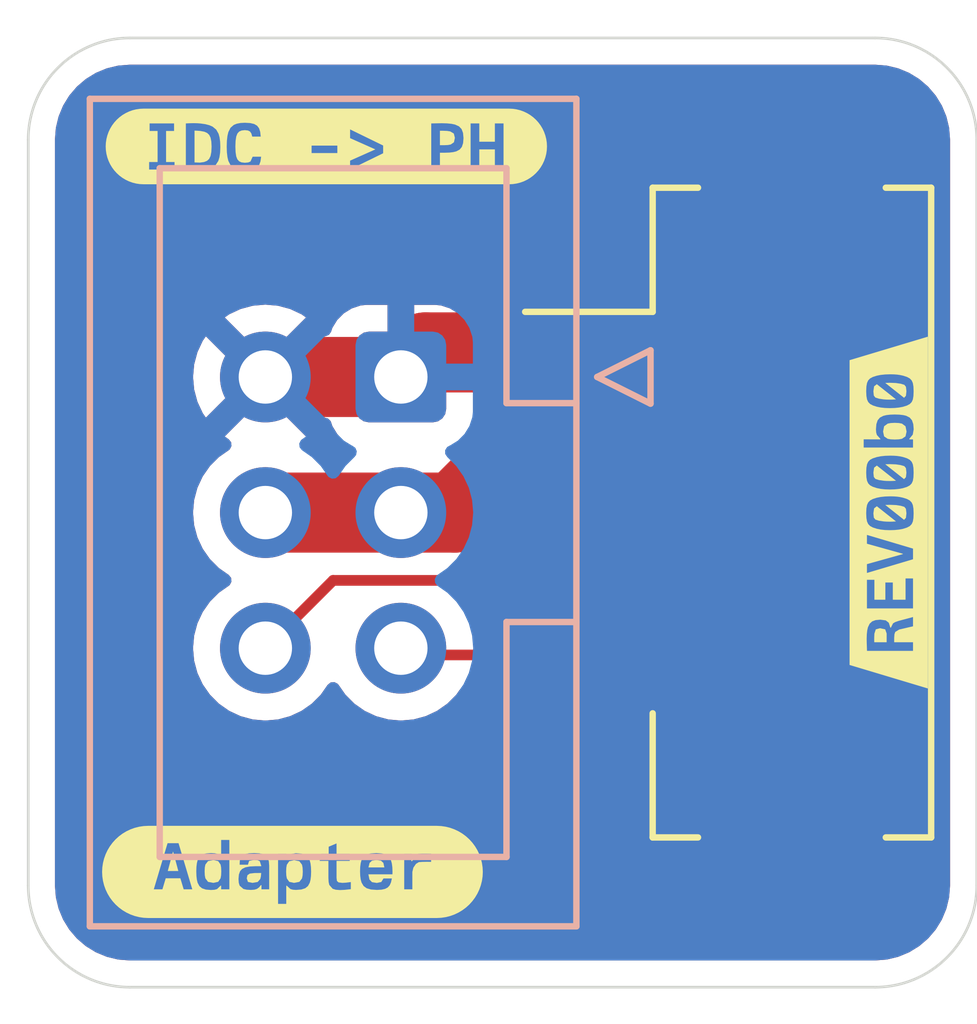
<source format=kicad_pcb>
(kicad_pcb (version 20221018) (generator pcbnew)
  (layers (0 "F.Cu" signal) (31 "B.Cu" signal) (34 "B.Paste" user) (35 "F.Paste" user) (36 "B.SilkS" user "B.Silkscreen") (37 "F.SilkS" user "F.Silkscreen") (38 "B.Mask" user) (39 "F.Mask" user) (44 "Edge.Cuts" user))
  (net 0 "")
  (net 1 "GND")
  (net 2 "+24V")
  (net 3 "RS485-")
  (net 4 "RS485+")
  (footprint "kibuzzard-6647AB7D" (layer "F.Cu") (at 41.148 34.671)
    (fp_text reference "kibuzzard-6647AB7D" hide)
    (fp_text value "G***" hide)
    (fp_poly (pts (xy -2.139315 -0.017145) (xy -2.237105 -0.380365) (xy -2.239645 -0.380365) (xy -2.337435 -0.017145) (xy -2.139315 -0.017145)) (fill solid) (layer "F.SilkS"))
    (fp_poly (pts (xy 1.722755 -0.084455) (xy 1.70434 -0.16891) (xy 1.659255 -0.21082) (xy 1.572895 -0.222885) (xy 1.490345 -0.21082) (xy 1.445895 -0.16891) (xy 1.424305 -0.084455) (xy 1.722755 -0.084455)) (fill solid) (layer "F.SilkS"))
    (fp_poly (pts (xy -0.749935 0.205105) (xy -0.652145 0.188595) (xy -0.60325 0.132715) (xy -0.591661 0.084772) (xy -0.586105 0.019685) (xy -0.711835 0.020955) (xy -0.8001 0.031115) (xy -0.843915 0.06096) (xy -0.856615 0.121285) (xy -0.83439 0.187325) (xy -0.749935 0.205105)) (fill solid) (layer "F.SilkS"))
    (fp_poly (pts (xy -1.482725 0.205105) (xy -1.392555 0.18542) (xy -1.34747 0.120015) (xy -1.337469 0.06477) (xy -1.334135 -0.009525) (xy -1.337469 -0.083661) (xy -1.34747 -0.13843) (xy -1.392555 -0.202565) (xy -1.482725 -0.221615) (xy -1.58242 -0.202565) (xy -1.63195 -0.13843) (xy -1.642904 -0.083661) (xy -1.646555 -0.009525) (xy -1.642904 0.064929) (xy -1.63195 0.12065) (xy -1.58242 0.186055) (xy -1.482725 0.205105)) (fill solid) (layer "F.SilkS"))
    (fp_poly (pts (xy 0.029845 0.205105) (xy 0.12954 0.186055) (xy 0.17907 0.12192) (xy 0.190024 0.067469) (xy 0.193675 -0.005715) (xy 0.190024 -0.08001) (xy 0.17907 -0.135255) (xy 0.12954 -0.200025) (xy 0.029845 -0.219075) (xy -0.060325 -0.200025) (xy -0.10541 -0.135255) (xy -0.115411 -0.08001) (xy -0.118745 -0.005715) (xy -0.115411 0.067469) (xy -0.10541 0.12192) (xy -0.060325 0.186055) (xy 0.029845 0.205105)) (fill solid) (layer "F.SilkS"))
    (fp_poly (pts (xy -2.599055 -0.863388) (xy -2.704888 -0.863388) (xy -2.789515 -0.859231) (xy -2.873327 -0.846799) (xy -2.955517 -0.826211) (xy -3.035293 -0.797667) (xy -3.111887 -0.761441) (xy -3.184561 -0.717881) (xy -3.252616 -0.667408) (xy -3.315396 -0.610508) (xy -3.372297 -0.547728) (xy -3.422769 -0.479673) (xy -3.466329 -0.406998) (xy -3.502555 -0.330404) (xy -3.531099 -0.250628) (xy -3.551687 -0.168439) (xy -3.564119 -0.084627) (xy -3.568277 0) (xy -3.564119 0.084627) (xy -3.551687 0.168439) (xy -3.531099 0.250628) (xy -3.502555 0.330404) (xy -3.466329 0.406998) (xy -3.422769 0.479673) (xy -3.372297 0.547728) (xy -3.315396 0.610508) (xy -3.252616 0.667408) (xy -3.184561 0.717881) (xy -3.111887 0.761441) (xy -3.035293 0.797667) (xy -2.955517 0.826211) (xy -2.873327 0.846799) (xy -2.789515 0.859231) (xy -2.704888 0.863388) (xy -2.599055 0.863388) (xy -1.877695 0.863388) (xy -1.877695 0.325755) (xy -2.038985 0.325755) (xy -2.101215 0.118745) (xy -2.375535 0.118745) (xy -2.437765 0.325755) (xy -2.599055 0.325755) (xy -2.341245 -0.537845) (xy -2.135505 -0.537845) (xy -1.877695 0.325755) (xy -1.877695 0.863388) (xy -1.527175 0.863388) (xy -1.527175 0.338455) (xy -1.622901 0.330676) (xy -1.69418 0.30734) (xy -1.744662 0.26543) (xy -1.778 0.20193) (xy -1.791758 0.145415) (xy -1.800013 0.07493) (xy -1.802765 -0.009525) (xy -1.800013 -0.093133) (xy -1.791758 -0.162772) (xy -1.778 -0.21844) (xy -1.744662 -0.280988) (xy -1.69418 -0.32258) (xy -1.622901 -0.345916) (xy -1.527175 -0.353695) (xy -1.454785 -0.349568) (xy -1.405255 -0.337185) (xy -1.346835 -0.274955) (xy -1.336675 -0.274955) (xy -1.336675 -0.598805) (xy -1.183005 -0.598805) (xy -1.183005 0.325755) (xy -1.336675 0.325755) (xy -1.336675 0.257175) (xy -1.346835 0.257175) (xy -1.41351 0.32131) (xy -1.460659 0.334169) (xy -1.527175 0.338455) (xy -1.527175 0.863388) (xy -0.776605 0.863388) (xy -0.776605 0.337185) (xy -0.858679 0.332581) (xy -0.91948 0.31877) (xy -0.9906 0.25654) (xy -1.006316 0.203676) (xy -1.011555 0.132715) (xy -1.004252 0.049371) (xy -0.982345 -0.0127) (xy -0.942975 -0.056674) (xy -0.883285 -0.085725) (xy -0.79883 -0.101918) (xy -0.685165 -0.107315) (xy -0.584835 -0.107315) (xy -0.584835 -0.114935) (xy -0.612775 -0.201295) (xy -0.653097 -0.21844) (xy -0.718185 -0.224155) (xy -0.8128 -0.20574) (xy -0.835025 -0.135255) (xy -0.989965 -0.135255) (xy -0.986949 -0.211614) (xy -0.97028 -0.26797) (xy -0.937895 -0.307658) (xy -0.88773 -0.33401) (xy -0.815816 -0.348774) (xy -0.718185 -0.353695) (xy -0.620236 -0.348298) (xy -0.54737 -0.332105) (xy -0.495776 -0.303213) (xy -0.461645 -0.259715) (xy -0.442595 -0.19812) (xy -0.436245 -0.114935) (xy -0.436245 0.325755) (xy -0.581025 0.325755) (xy -0.581025 0.247015) (xy -0.591185 0.247015) (xy -0.627697 0.29083) (xy -0.666115 0.318135) (xy -0.713422 0.332423) (xy -0.776605 0.337185) (xy -0.776605 0.863388) (xy -0.116205 0.863388) (xy -0.116205 0.598805) (xy -0.269875 0.598805) (xy -0.269875 -0.337185) (xy -0.116205 -0.337185) (xy -0.116205 -0.272415) (xy -0.106045 -0.272415) (xy -0.029845 -0.334645) (xy 0.062865 -0.351155) (xy 0.162878 -0.343376) (xy 0.236855 -0.32004) (xy 0.289084 -0.278289) (xy 0.32385 -0.215265) (xy 0.338314 -0.159244) (xy 0.346992 -0.089394) (xy 0.349885 -0.005715) (xy 0.347063 0.077188) (xy 0.338596 0.146403) (xy 0.324485 0.20193) (xy 0.290354 0.264477) (xy 0.23876 0.30607) (xy 0.165576 0.329406) (xy 0.066675 0.337185) (xy 0.006985 0.333058) (xy -0.037465 0.320675) (xy -0.106045 0.258445) (xy -0.116205 0.258445) (xy -0.116205 0.598805) (xy -0.116205 0.863388) (xy 0.892175 0.863388) (xy 0.892175 0.339725) (xy 0.811848 0.333692) (xy 0.753745 0.315595) (xy 0.690245 0.24384) (xy 0.677863 0.187484) (xy 0.673735 0.113665) (xy 0.673735 -0.206375) (xy 0.509905 -0.206375) (xy 0.540385 -0.337185) (xy 0.678815 -0.337185) (xy 0.678815 -0.471805) (xy 0.826135 -0.534035) (xy 0.826135 -0.337185) (xy 1.073785 -0.337185) (xy 1.073785 -0.206375) (xy 0.826135 -0.206375) (xy 0.826135 0.108585) (xy 0.83312 0.168275) (xy 0.8636 0.196215) (xy 0.935355 0.205105) (xy 1.002348 0.201295) (xy 1.094105 0.189865) (xy 1.094105 0.323215) (xy 0.977583 0.335597) (xy 0.892175 0.339725) (xy 0.892175 0.863388) (xy 1.583055 0.863388) (xy 1.583055 0.337185) (xy 1.472883 0.329406) (xy 1.391285 0.30607) (xy 1.333659 0.264001) (xy 1.2954 0.200025) (xy 1.279525 0.143157) (xy 1.27 0.072461) (xy 1.266825 -0.012065) (xy 1.269859 -0.094968) (xy 1.278961 -0.164183) (xy 1.29413 -0.21971) (xy 1.33096 -0.282099) (xy 1.38684 -0.323215) (xy 1.466056 -0.346075) (xy 1.572895 -0.353695) (xy 1.676718 -0.345758) (xy 1.754505 -0.321945) (xy 1.810068 -0.2794) (xy 1.847215 -0.215265) (xy 1.862737 -0.158538) (xy 1.872051 -0.088265) (xy 1.875155 -0.004445) (xy 1.873885 0.045085) (xy 1.423035 0.045085) (xy 1.443355 0.142875) (xy 1.49098 0.19177) (xy 1.581785 0.206375) (xy 1.66497 0.188595) (xy 1.706245 0.122555) (xy 1.863725 0.122555) (xy 1.846898 0.19685) (xy 1.821815 0.252095) (xy 1.785938 0.291306) (xy 1.736725 0.3175) (xy 1.670368 0.332264) (xy 1.583055 0.337185) (xy 1.583055 0.863388) (xy 2.247265 0.863388) (xy 2.247265 0.325755) (xy 2.094865 0.325755) (xy 2.094865 -0.337185) (xy 2.234565 -0.337185) (xy 2.228215 -0.201295) (xy 2.242185 -0.201295) (xy 2.282508 -0.2667) (xy 2.309495 -0.305435) (xy 2.352675 -0.337185) (xy 2.436495 -0.343535) (xy 2.520315 -0.3429) (xy 2.599055 -0.340995) (xy 2.599055 -0.188595) (xy 2.521585 -0.189865) (xy 2.433955 -0.188278) (xy 2.369185 -0.183515) (xy 2.314575 -0.150495) (xy 2.266315 -0.08001) (xy 2.247265 -0.000635) (xy 2.247265 0.325755) (xy 2.247265 0.863388) (xy 2.599055 0.863388) (xy 2.704888 0.863388) (xy 2.789515 0.859231) (xy 2.873327 0.846799) (xy 2.955517 0.826211) (xy 3.035293 0.797667) (xy 3.111887 0.761441) (xy 3.184561 0.717881) (xy 3.252616 0.667408) (xy 3.315396 0.610508) (xy 3.372297 0.547728) (xy 3.422769 0.479673) (xy 3.466329 0.406998) (xy 3.502555 0.330404) (xy 3.531099 0.250628) (xy 3.551687 0.168439) (xy 3.564119 0.084627) (xy 3.568277 0) (xy 3.564119 -0.084627) (xy 3.551687 -0.168439) (xy 3.531099 -0.250628) (xy 3.502555 -0.330404) (xy 3.466329 -0.406998) (xy 3.422769 -0.479673) (xy 3.372297 -0.547728) (xy 3.315396 -0.610508) (xy 3.252616 -0.667408) (xy 3.184561 -0.717881) (xy 3.111887 -0.761441) (xy 3.035293 -0.797667) (xy 2.955517 -0.826211) (xy 2.873327 -0.846799) (xy 2.789515 -0.859231) (xy 2.704888 -0.863388) (xy 2.599055 -0.863388) (xy -2.599055 -0.863388)) (fill solid) (layer "F.SilkS"))
  )
  (footprint "kibuzzard-6647AC75" (layer "F.Cu") (at 52.324 27.94 90)
    (fp_text reference "kibuzzard-6647AC75" hide)
    (fp_text value "G***" hide)
    (fp_poly (pts (xy -2.265045 -0.0381) (xy -2.18694 -0.065405) (xy -2.165985 -0.16383) (xy -2.187575 -0.241935) (xy -2.267585 -0.26797) (xy -2.32918 -0.270828) (xy -2.374265 -0.27178) (xy -2.428875 -0.27051) (xy -2.428875 -0.0381) (xy -2.265045 -0.0381)) (fill solid) (layer "F.SilkS"))
    (fp_poly (pts (xy -0.013335 0.33274) (xy 0.070485 0.323215) (xy 0.107315 0.29337) (xy 0.127635 0.22479) (xy 0.14097 0.13335) (xy 0.145415 0.01905) (xy 0.142875 -0.06477) (xy -0.136525 0.28829) (xy -0.098425 0.323215) (xy -0.013335 0.33274)) (fill solid) (layer "F.SilkS"))
    (fp_poly (pts (xy 0.748665 0.33274) (xy 0.832485 0.323215) (xy 0.869315 0.29337) (xy 0.889635 0.22479) (xy 0.90297 0.13335) (xy 0.907415 0.01905) (xy 0.904875 -0.06477) (xy 0.625475 0.28829) (xy 0.663575 0.323215) (xy 0.748665 0.33274)) (fill solid) (layer "F.SilkS"))
    (fp_poly (pts (xy 2.272665 0.33274) (xy 2.356485 0.323215) (xy 2.393315 0.29337) (xy 2.413635 0.22479) (xy 2.42697 0.13335) (xy 2.431415 0.01905) (xy 2.428875 -0.06477) (xy 2.149475 0.28829) (xy 2.187575 0.323215) (xy 2.272665 0.33274)) (fill solid) (layer "F.SilkS"))
    (fp_poly (pts (xy -0.165735 0.13716) (xy 0.118745 -0.22225) (xy 0.07874 -0.273685) (xy -0.014605 -0.28702) (xy -0.094615 -0.278765) (xy -0.131445 -0.249555) (xy -0.153035 -0.18161) (xy -0.165735 -0.094615) (xy -0.169545 -0.042704) (xy -0.170815 0.02286) (xy -0.169545 0.078105) (xy -0.165735 0.13716)) (fill solid) (layer "F.SilkS"))
    (fp_poly (pts (xy 0.596265 0.13716) (xy 0.880745 -0.22225) (xy 0.84074 -0.273685) (xy 0.747395 -0.28702) (xy 0.667385 -0.278765) (xy 0.630555 -0.249555) (xy 0.608965 -0.18161) (xy 0.596265 -0.094615) (xy 0.592455 -0.042704) (xy 0.591185 0.02286) (xy 0.592455 0.078105) (xy 0.596265 0.13716)) (fill solid) (layer "F.SilkS"))
    (fp_poly (pts (xy 2.120265 0.13716) (xy 2.404745 -0.22225) (xy 2.36474 -0.273685) (xy 2.271395 -0.28702) (xy 2.191385 -0.278765) (xy 2.154555 -0.249555) (xy 2.132965 -0.18161) (xy 2.120265 -0.094615) (xy 2.116455 -0.042704) (xy 2.115185 0.02286) (xy 2.116455 0.078105) (xy 2.120265 0.13716)) (fill solid) (layer "F.SilkS"))
    (fp_poly (pts (xy 1.517015 0.33528) (xy 1.61671 0.315595) (xy 1.66624 0.24892) (xy 1.677194 0.19177) (xy 1.680845 0.1143) (xy 1.677194 0.037783) (xy 1.66624 -0.01905) (xy 1.61671 -0.085725) (xy 1.517015 -0.10541) (xy 1.426845 -0.085725) (xy 1.38176 -0.01905) (xy 1.371759 0.037783) (xy 1.368425 0.1143) (xy 1.371759 0.190976) (xy 1.38176 0.248285) (xy 1.426845 0.315595) (xy 1.517015 0.33528)) (fill solid) (layer "F.SilkS"))
    (fp_poly (pts (xy -2.590165 -0.733213) (xy -2.854748 -0.733213) (xy -3.294676 0.733213) (xy -2.854748 0.733213) (xy -2.590165 0.733213) (xy -1.956435 0.733213) (xy -1.956435 0.45593) (xy -2.130425 0.45593) (xy -2.190115 0.19812) (xy -2.235835 0.122555) (xy -2.280285 0.107791) (xy -2.347595 0.10287) (xy -2.428875 0.10287) (xy -2.428875 0.45593) (xy -2.590165 0.45593) (xy -2.590165 -0.4064) (xy -2.439035 -0.41148) (xy -2.364105 -0.41275) (xy -2.277957 -0.410069) (xy -2.205778 -0.402026) (xy -2.14757 -0.38862) (xy -2.081847 -0.35687) (xy -2.03835 -0.30988) (xy -2.014061 -0.244475) (xy -2.005965 -0.15748) (xy -2.0193 -0.055245) (xy -2.064385 0.001905) (xy -2.154555 0.03048) (xy -2.154555 0.04191) (xy -2.07518 0.08128) (xy -2.050574 0.122873) (xy -2.028825 0.18669) (xy -1.956435 0.45593) (xy -1.956435 0.733213) (xy -1.233805 0.733213) (xy -1.233805 0.45593) (xy -1.795145 0.45593) (xy -1.795145 -0.40767) (xy -1.259205 -0.40767) (xy -1.259205 -0.26797) (xy -1.632585 -0.26797) (xy -1.632585 -0.06223) (xy -1.310005 -0.06223) (xy -1.310005 0.07747) (xy -1.632585 0.07747) (xy -1.632585 0.31623) (xy -1.233805 0.31623) (xy -1.233805 0.45593) (xy -1.233805 0.733213) (xy -0.675005 0.733213) (xy -0.675005 0.45593) (xy -0.874395 0.45593) (xy -1.130935 -0.40767) (xy -0.965835 -0.40767) (xy -0.777875 0.26543) (xy -0.771525 0.26543) (xy -0.583565 -0.40767) (xy -0.418465 -0.40767) (xy -0.675005 0.45593) (xy -0.675005 0.733213) (xy -0.014605 0.733213) (xy -0.014605 0.46736) (xy -0.103187 0.463709) (xy -0.168275 0.452755) (xy -0.216059 0.431165) (xy -0.25273 0.395605) (xy -0.281464 0.341789) (xy -0.305435 0.26543) (xy -0.318841 0.192617) (xy -0.326884 0.111337) (xy -0.329565 0.02159) (xy -0.326602 -0.070556) (xy -0.317712 -0.152259) (xy -0.302895 -0.22352) (xy -0.279241 -0.296704) (xy -0.25146 -0.348615) (xy -0.215582 -0.38354) (xy -0.16764 -0.405765) (xy -0.101759 -0.417671) (xy -0.012065 -0.42164) (xy 0.07747 -0.417671) (xy 0.142875 -0.405765) (xy 0.190341 -0.383699) (xy 0.22606 -0.34925) (xy 0.253841 -0.297815) (xy 0.277495 -0.22479) (xy 0.292312 -0.151271) (xy 0.301202 -0.066181) (xy 0.304165 0.03048) (xy 0.302736 0.098425) (xy 0.29845 0.15748) (xy 0.290671 0.212408) (xy 0.278765 0.26797) (xy 0.254635 0.343217) (xy 0.225425 0.39624) (xy 0.188278 0.431324) (xy 0.140335 0.452755) (xy 0.07493 0.463709) (xy -0.014605 0.46736) (xy -0.014605 0.733213) (xy 0.747395 0.733213) (xy 0.747395 0.46736) (xy 0.658813 0.463709) (xy 0.593725 0.452755) (xy 0.545941 0.431165) (xy 0.50927 0.395605) (xy 0.480536 0.341789) (xy 0.456565 0.26543) (xy 0.443159 0.192617) (xy 0.435116 0.111337) (xy 0.432435 0.02159) (xy 0.435398 -0.070556) (xy 0.444288 -0.152259) (xy 0.459105 -0.22352) (xy 0.482759 -0.296704) (xy 0.51054 -0.348615) (xy 0.546418 -0.38354) (xy 0.59436 -0.405765) (xy 0.660241 -0.417671) (xy 0.749935 -0.42164) (xy 0.83947 -0.417671) (xy 0.904875 -0.405765) (xy 0.952341 -0.383699) (xy 0.98806 -0.34925) (xy 1.015841 -0.297815) (xy 1.039495 -0.22479) (xy 1.054312 -0.151271) (xy 1.063202 -0.066181) (xy 1.066165 0.03048) (xy 1.064736 0.098425) (xy 1.06045 0.15748) (xy 1.052671 0.212408) (xy 1.040765 0.26797) (xy 1.016635 0.343217) (xy 0.987425 0.39624) (xy 0.950278 0.431324) (xy 0.902335 0.452755) (xy 0.83693 0.463709) (xy 0.747395 0.46736) (xy 0.747395 0.733213) (xy 1.560195 0.733213) (xy 1.560195 0.46863) (xy 1.4605 0.451485) (xy 1.381125 0.38608) (xy 1.370965 0.38608) (xy 1.370965 0.45593) (xy 1.217295 0.45593) (xy 1.218565 -0.46863) (xy 1.372235 -0.46863) (xy 1.370965 -0.15621) (xy 1.381125 -0.15621) (xy 1.453515 -0.22098) (xy 1.499235 -0.234315) (xy 1.560195 -0.23876) (xy 1.656874 -0.230822) (xy 1.72847 -0.20701) (xy 1.778953 -0.164306) (xy 1.81229 -0.099695) (xy 1.826048 -0.042333) (xy 1.834303 0.028998) (xy 1.837055 0.1143) (xy 1.834303 0.200307) (xy 1.826048 0.272062) (xy 1.81229 0.329565) (xy 1.778953 0.394176) (xy 1.72847 0.43688) (xy 1.656874 0.460692) (xy 1.560195 0.46863) (xy 1.560195 0.733213) (xy 2.271395 0.733213) (xy 2.271395 0.46736) (xy 2.182813 0.463709) (xy 2.117725 0.452755) (xy 2.069941 0.431165) (xy 2.03327 0.395605) (xy 2.004536 0.341789) (xy 1.980565 0.26543) (xy 1.967159 0.192617) (xy 1.959116 0.111337) (xy 1.956435 0.02159) (xy 1.959398 -0.070556) (xy 1.968288 -0.152259) (xy 1.983105 -0.22352) (xy 2.006759 -0.296704) (xy 2.03454 -0.348615) (xy 2.070418 -0.38354) (xy 2.11836 -0.405765) (xy 2.184241 -0.417671) (xy 2.273935 -0.42164) (xy 2.36347 -0.417671) (xy 2.428875 -0.405765) (xy 2.476341 -0.383699) (xy 2.51206 -0.34925) (xy 2.539841 -0.297815) (xy 2.563495 -0.22479) (xy 2.578312 -0.151271) (xy 2.587202 -0.066181) (xy 2.590165 0.03048) (xy 2.588736 0.098425) (xy 2.58445 0.15748) (xy 2.576671 0.212408) (xy 2.564765 0.26797) (xy 2.540635 0.343217) (xy 2.511425 0.39624) (xy 2.474278 0.431324) (xy 2.426335 0.452755) (xy 2.36093 0.463709) (xy 2.271395 0.46736) (xy 2.271395 0.733213) (xy 2.590165 0.733213) (xy 2.854748 0.733213) (xy 3.294676 0.733213) (xy 2.854748 -0.733213) (xy 2.590165 -0.733213) (xy -2.590165 -0.733213)) (fill solid) (layer "F.SilkS"))
  )
  (footprint "kibuzzard-6647AB72" (layer "F.Cu") (at 41.783 21.082)
    (fp_text reference "kibuzzard-6647AB72" hide)
    (fp_text value "G***" hide)
    (fp_poly (pts (xy 2.209165 -0.023495) (xy 2.279015 -0.02667) (xy 2.331085 -0.036195) (xy 2.392045 -0.078105) (xy 2.409825 -0.161925) (xy 2.389505 -0.241935) (xy 2.32156 -0.28194) (xy 2.263934 -0.290989) (xy 2.186305 -0.294005) (xy 2.129155 -0.294005) (xy 2.129155 -0.023495) (xy 2.209165 -0.023495)) (fill solid) (layer "F.SilkS"))
    (fp_poly (pts (xy -2.370455 0.302895) (xy -2.293937 0.2921) (xy -2.237105 0.269875) (xy -2.196941 0.233204) (xy -2.17043 0.17907) (xy -2.155666 0.103664) (xy -2.150745 0.003175) (xy -2.155507 -0.091916) (xy -2.169795 -0.16383) (xy -2.195354 -0.216218) (xy -2.23393 -0.25273) (xy -2.288381 -0.276384) (xy -2.361565 -0.290195) (xy -2.421255 -0.294958) (xy -2.470785 -0.296545) (xy -2.470785 0.299085) (xy -2.370455 0.302895)) (fill solid) (layer "F.SilkS"))
    (fp_poly (pts (xy -3.321685 -0.708448) (xy -3.427518 -0.708448) (xy -3.496958 -0.705037) (xy -3.56573 -0.694836) (xy -3.63317 -0.677943) (xy -3.69863 -0.654521) (xy -3.761479 -0.624796) (xy -3.821111 -0.589053) (xy -3.876953 -0.547638) (xy -3.928467 -0.500949) (xy -3.975156 -0.449435) (xy -4.016572 -0.393593) (xy -4.052314 -0.33396) (xy -4.082039 -0.271111) (xy -4.105461 -0.205652) (xy -4.122354 -0.138211) (xy -4.132555 -0.06944) (xy -4.135967 0) (xy -4.132555 0.06944) (xy -4.122354 0.138211) (xy -4.105461 0.205652) (xy -4.082039 0.271111) (xy -4.052314 0.33396) (xy -4.016572 0.393593) (xy -3.975156 0.449435) (xy -3.928467 0.500949) (xy -3.876953 0.547638) (xy -3.821111 0.589053) (xy -3.761479 0.624796) (xy -3.69863 0.654521) (xy -3.63317 0.677943) (xy -3.56573 0.694836) (xy -3.496958 0.705037) (xy -3.427518 0.708448) (xy -3.321685 0.708448) (xy -2.845435 0.708448) (xy -2.845435 0.432435) (xy -3.321685 0.432435) (xy -3.321685 0.291465) (xy -3.162935 0.291465) (xy -3.162935 -0.290195) (xy -3.312795 -0.290195) (xy -3.312795 -0.431165) (xy -2.854325 -0.431165) (xy -2.854325 -0.290195) (xy -3.004185 -0.290195) (xy -3.004185 0.291465) (xy -2.845435 0.291465) (xy -2.845435 0.432435) (xy -2.845435 0.708448) (xy -2.408555 0.708448) (xy -2.408555 0.442595) (xy -2.475301 0.441466) (xy -2.550231 0.438079) (xy -2.633345 0.432435) (xy -2.633345 -0.431165) (xy -2.555875 -0.434975) (xy -2.486025 -0.436245) (xy -2.417445 -0.434658) (xy -2.356485 -0.429895) (xy -2.267232 -0.417195) (xy -2.192514 -0.397722) (xy -2.13233 -0.371475) (xy -2.064544 -0.315754) (xy -2.019935 -0.23749) (xy -2.001591 -0.169968) (xy -1.990584 -0.086783) (xy -1.986915 0.012065) (xy -1.991148 0.115429) (xy -2.003848 0.202001) (xy -2.025015 0.27178) (xy -2.076132 0.350679) (xy -2.153285 0.403225) (xy -2.221724 0.425097) (xy -2.306814 0.438221) (xy -2.408555 0.442595) (xy -2.408555 0.708448) (xy -1.527175 0.708448) (xy -1.527175 0.443865) (xy -1.610007 0.43942) (xy -1.679011 0.426085) (xy -1.734185 0.40386) (xy -1.796097 0.350361) (xy -1.837055 0.269875) (xy -1.853988 0.198332) (xy -1.864148 0.109008) (xy -1.867535 0.001905) (xy -1.864148 -0.106045) (xy -1.853988 -0.196215) (xy -1.837055 -0.268605) (xy -1.796097 -0.350044) (xy -1.734185 -0.40386) (xy -1.679011 -0.426085) (xy -1.610007 -0.43942) (xy -1.527175 -0.443865) (xy -1.426845 -0.437991) (xy -1.351915 -0.42037) (xy -1.298257 -0.388938) (xy -1.261745 -0.34163) (xy -1.239837 -0.274796) (xy -1.229995 -0.184785) (xy -1.388745 -0.184785) (xy -1.405572 -0.243523) (xy -1.430655 -0.280035) (xy -1.46939 -0.299085) (xy -1.527175 -0.305435) (xy -1.589087 -0.298609) (xy -1.635125 -0.27813) (xy -1.667669 -0.241141) (xy -1.6891 -0.184785) (xy -1.701006 -0.105093) (xy -1.704975 0.001905) (xy -1.701006 0.107633) (xy -1.6891 0.186055) (xy -1.667669 0.241459) (xy -1.635125 0.27813) (xy -1.589087 0.298609) (xy -1.527175 0.305435) (xy -1.463357 0.299561) (xy -1.421765 0.28194) (xy -1.381125 0.192405) (xy -1.222375 0.192405) (xy -1.23444 0.280194) (xy -1.257935 0.34544) (xy -1.295559 0.391477) (xy -1.35001 0.42164) (xy -1.425734 0.438309) (xy -1.527175 0.443865) (xy -1.527175 0.708448) (xy 0.206375 0.708448) (xy 0.206375 0.123825) (xy -0.276225 0.123825) (xy -0.276225 -0.015875) (xy 0.206375 -0.015875) (xy 0.206375 0.123825) (xy 0.206375 0.708448) (xy 0.445135 0.708448) (xy 0.445135 0.429895) (xy 0.445135 0.266065) (xy 0.916305 0.056515) (xy 0.916305 0.053975) (xy 0.445135 -0.155575) (xy 0.445135 -0.319405) (xy 1.064895 -0.017145) (xy 1.064895 0.127635) (xy 0.445135 0.429895) (xy 0.445135 0.708448) (xy 2.129155 0.708448) (xy 2.129155 0.432435) (xy 1.966595 0.432435) (xy 1.966595 -0.431165) (xy 2.164715 -0.434975) (xy 2.263281 -0.432223) (xy 2.345619 -0.423968) (xy 2.41173 -0.41021) (xy 2.486025 -0.376714) (xy 2.53492 -0.325755) (xy 2.562066 -0.253683) (xy 2.571115 -0.156845) (xy 2.563336 -0.061278) (xy 2.54 0.009525) (xy 2.497931 0.059531) (xy 2.433955 0.09271) (xy 2.377087 0.106468) (xy 2.306391 0.114723) (xy 2.221865 0.117475) (xy 2.129155 0.117475) (xy 2.129155 0.432435) (xy 2.129155 0.708448) (xy 3.321685 0.708448) (xy 3.321685 0.432435) (xy 3.159125 0.432435) (xy 3.159125 0.055245) (xy 2.867025 0.055245) (xy 2.867025 0.432435) (xy 2.704465 0.432435) (xy 2.704465 -0.431165) (xy 2.867025 -0.431165) (xy 2.867025 -0.088265) (xy 3.159125 -0.088265) (xy 3.159125 -0.431165) (xy 3.321685 -0.431165) (xy 3.321685 0.432435) (xy 3.321685 0.708448) (xy 3.427518 0.708448) (xy 3.496958 0.705037) (xy 3.56573 0.694836) (xy 3.63317 0.677943) (xy 3.69863 0.654521) (xy 3.761479 0.624796) (xy 3.821111 0.589053) (xy 3.876953 0.547638) (xy 3.928467 0.500949) (xy 3.975156 0.449435) (xy 4.016572 0.393593) (xy 4.052314 0.33396) (xy 4.082039 0.271111) (xy 4.105461 0.205652) (xy 4.122354 0.138211) (xy 4.132555 0.06944) (xy 4.135967 0) (xy 4.132555 -0.06944) (xy 4.122354 -0.138211) (xy 4.105461 -0.205652) (xy 4.082039 -0.271111) (xy 4.052314 -0.33396) (xy 4.016572 -0.393593) (xy 3.975156 -0.449435) (xy 3.928467 -0.500949) (xy 3.876953 -0.547638) (xy 3.821111 -0.589053) (xy 3.761479 -0.624796) (xy 3.69863 -0.654521) (xy 3.63317 -0.677943) (xy 3.56573 -0.694836) (xy 3.496958 -0.705037) (xy 3.427518 -0.708448) (xy 3.321685 -0.708448) (xy -3.321685 -0.708448)) (fill solid) (layer "F.SilkS"))
  )
  (footprint "Connector_JST:JST_PH_B4B-PH-SM4-TB_1x04-1MP_P2.00mm_Vertical" (layer "F.Cu") (at 48.76 27.94 -90)
    (fp_text reference "J2" hide)
    (fp_text value "Conn_01x04_MountingPin")
    (fp_line (start -6.085 -4.36) (end 6.085 -4.36) (stroke (width 0.12)) (layer "F.SilkS"))
    (fp_line (start -6.085 -3.51) (end -6.085 -4.36) (stroke (width 0.12)) (layer "F.SilkS"))
    (fp_line (start -6.085 0.01) (end -6.085 0.86) (stroke (width 0.12)) (layer "F.SilkS"))
    (fp_line (start -6.085 0.86) (end -3.76 0.86) (stroke (width 0.12)) (layer "F.SilkS"))
    (fp_line (start -3.76 0.86) (end -3.76 3.25) (stroke (width 0.12)) (layer "F.SilkS"))
    (fp_line (start 6.085 -4.36) (end 6.085 -3.51) (stroke (width 0.12)) (layer "F.SilkS"))
    (fp_line (start 6.085 0.01) (end 6.085 0.86) (stroke (width 0.12)) (layer "F.SilkS"))
    (fp_line (start 6.085 0.86) (end 3.76 0.86) (stroke (width 0.12)) (layer "F.SilkS"))
    (pad "1" smd roundrect (at -3 0.5 270) (size 1 5.5) (layers "F.Cu" "F.Paste" "F.Mask") (net 1 "GND"))
    (pad "2" smd roundrect (at -1 0.5 270) (size 1 5.5) (layers "F.Cu" "F.Paste" "F.Mask") (net 2 "+24V"))
    (pad "3" smd roundrect (at 1 0.5 270) (size 1 5.5) (layers "F.Cu" "F.Paste" "F.Mask") (net 3 "RS485-"))
    (pad "4" smd roundrect (at 3 0.5 270) (size 1 5.5) (layers "F.Cu" "F.Paste" "F.Mask") (net 4 "RS485+"))
    (pad "MP" smd roundrect (at -5.4 -1.75 270) (size 1.6 3) (layers "F.Cu" "F.Paste" "F.Mask") (roundrect_rratio 0.15625) (net 1 "GND"))
    (pad "MP" smd roundrect (at 5.4 -1.75 270) (size 1.6 3) (layers "F.Cu" "F.Paste" "F.Mask") (roundrect_rratio 0.15625) (net 1 "GND"))
  )
  (footprint "Connector_IDC:IDC-Header_2x03_P2.54mm_Vertical" (layer "B.Cu") (at 43.18 25.4 180)
    (fp_text reference "J3" hide)
    (fp_text value "Conn_01x06_Pin")
    (fp_line (start -4.68 -0.5) (end -3.68 0) (stroke (width 0.12)) (layer "B.SilkS"))
    (fp_line (start -4.68 0.5) (end -4.68 -0.5) (stroke (width 0.12)) (layer "B.SilkS"))
    (fp_line (start -3.68 0) (end -4.68 0.5) (stroke (width 0.12)) (layer "B.SilkS"))
    (fp_line (start -3.29 -10.29) (end -3.29 5.21) (stroke (width 0.12)) (layer "B.SilkS"))
    (fp_line (start -3.29 -0.49) (end -1.98 -0.49) (stroke (width 0.12)) (layer "B.SilkS"))
    (fp_line (start -3.29 5.21) (end 5.83 5.21) (stroke (width 0.12)) (layer "B.SilkS"))
    (fp_line (start -1.98 -8.99) (end -1.98 -4.59) (stroke (width 0.12)) (layer "B.SilkS"))
    (fp_line (start -1.98 -4.59) (end -3.29 -4.59) (stroke (width 0.12)) (layer "B.SilkS"))
    (fp_line (start -1.98 -4.59) (end -1.98 -4.59) (stroke (width 0.12)) (layer "B.SilkS"))
    (fp_line (start -1.98 -0.49) (end -1.98 3.91) (stroke (width 0.12)) (layer "B.SilkS"))
    (fp_line (start -1.98 3.91) (end 4.52 3.91) (stroke (width 0.12)) (layer "B.SilkS"))
    (fp_line (start 4.52 -8.99) (end -1.98 -8.99) (stroke (width 0.12)) (layer "B.SilkS"))
    (fp_line (start 4.52 3.91) (end 4.52 -8.99) (stroke (width 0.12)) (layer "B.SilkS"))
    (fp_line (start 5.83 -10.29) (end -3.29 -10.29) (stroke (width 0.12)) (layer "B.SilkS"))
    (fp_line (start 5.83 5.21) (end 5.83 -10.29) (stroke (width 0.12)) (layer "B.SilkS"))
    (pad "1" thru_hole roundrect (at 0 0 180) (size 1.7 1.7) (drill 1) (layers "*.Cu" "*.Mask") (roundrect_rratio 0.1470588235) (net 1 "GND"))
    (pad "2" thru_hole circle (at 2.54 0 180) (size 1.7 1.7) (drill 1) (layers "*.Cu" "*.Mask") (net 1 "GND"))
    (pad "3" thru_hole circle (at 0 -2.54 180) (size 1.7 1.7) (drill 1) (layers "*.Cu" "*.Mask") (net 2 "+24V"))
    (pad "4" thru_hole circle (at 2.54 -2.54 180) (size 1.7 1.7) (drill 1) (layers "*.Cu" "*.Mask") (net 2 "+24V"))
    (pad "5" thru_hole circle (at 0 -5.08 180) (size 1.7 1.7) (drill 1) (layers "*.Cu" "*.Mask") (net 4 "RS485+"))
    (pad "6" thru_hole circle (at 2.54 -5.08 180) (size 1.7 1.7) (drill 1) (layers "*.Cu" "*.Mask") (net 3 "RS485-"))
  )
  (gr_arc (start 38.1 36.830002) (mid 36.752962 36.27204) (end 36.195 34.925002) (stroke (width 0.05)) (layer "Edge.Cuts"))
  (gr_arc (start 52.070002 19.049998) (mid 53.41704 19.60796) (end 53.975002 20.954998) (stroke (width 0.05)) (layer "Edge.Cuts"))
  (gr_line (start 38.100002 19.05) (end 52.07 19.05) (stroke (width 0.05)) (layer "Edge.Cuts"))
  (gr_line (start 36.195002 20.955) (end 36.195002 34.925) (stroke (width 0.05)) (layer "Edge.Cuts"))
  (gr_line (start 53.975 20.955) (end 53.975 34.925) (stroke (width 0.05)) (layer "Edge.Cuts"))
  (gr_arc (start 53.975002 34.925002) (mid 53.41704 36.27204) (end 52.070002 36.830002) (stroke (width 0.05)) (layer "Edge.Cuts"))
  (gr_line (start 38.1 36.830002) (end 52.070002 36.830002) (stroke (width 0.05)) (layer "Edge.Cuts"))
  (gr_arc (start 36.195002 20.955) (mid 36.752964 19.607962) (end 38.100002 19.05) (stroke (width 0.05)) (layer "Edge.Cuts"))
  (segment (start 40.64 25.4) (end 43.18 25.4) (width 1.5) (layer "F.Cu") (net 1))
  (segment (start 43.18 25.4) (end 43.64 24.94) (width 1.5) (layer "F.Cu") (net 1))
  (segment (start 43.64 24.94) (end 48.26 24.94) (width 1.5) (layer "F.Cu") (net 1))
  (segment (start 40.64 27.94) (end 43.18 27.94) (width 1.5) (layer "F.Cu") (net 2))
  (segment (start 44.196 27.94) (end 45.196 26.94) (width 1.5) (layer "F.Cu") (net 2))
  (segment (start 45.196 26.94) (end 48.26 26.94) (width 1.5) (layer "F.Cu") (net 2))
  (segment (start 43.18 27.94) (end 44.196 27.94) (width 1.5) (layer "F.Cu") (net 2))
  (segment (start 47.99 29.21) (end 41.91 29.21) (width 0.2) (layer "F.Cu") (net 3))
  (segment (start 48.26 28.94) (end 47.99 29.21) (width 0.2) (layer "F.Cu") (net 3))
  (segment (start 41.91 29.21) (end 40.64 30.48) (width 0.2) (layer "F.Cu") (net 3))
  (segment (start 46.022 30.94) (end 45.689 30.607) (width 0.2) (layer "F.Cu") (net 4))
  (segment (start 45.689 30.607) (end 43.307 30.607) (width 0.2) (layer "F.Cu") (net 4))
  (segment (start 43.307 30.607) (end 43.18 30.48) (width 0.2) (layer "F.Cu") (net 4))
  (segment (start 48.26 30.94) (end 46.022 30.94) (width 0.2) (layer "F.Cu") (net 4))
  (zone (net 1) (net_name "GND") (layers "F&B.Cu") (connect_pads (clearance 0.5)) (min_thickness 0.25) (fill yes (thermal_gap 0.5) (thermal_bridge_width 0.5))
    (polygon (pts (xy 53.975 36.83) (xy 36.195 36.83) (xy 36.195 19.05) (xy 53.975 19.05)))
  )
)
</source>
